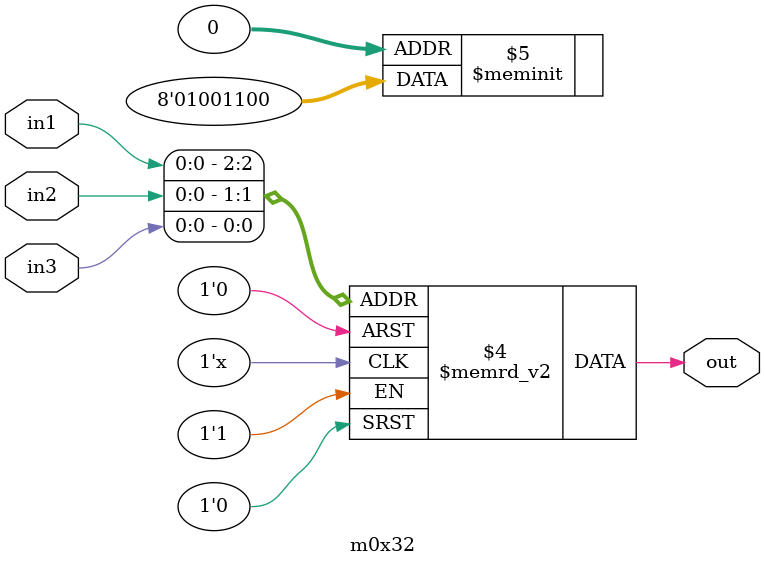
<source format=v>
module m0x32(output out, input in1, in2, in3);

   always @(in1, in2, in3)
     begin
        case({in1, in2, in3})
          3'b000: {out} = 1'b0;
          3'b001: {out} = 1'b0;
          3'b010: {out} = 1'b1;
          3'b011: {out} = 1'b1;
          3'b100: {out} = 1'b0;
          3'b101: {out} = 1'b0;
          3'b110: {out} = 1'b1;
          3'b111: {out} = 1'b0;
        endcase // case ({in1, in2, in3})
     end // always @ (in1, in2, in3)

endmodule // m0x32
</source>
